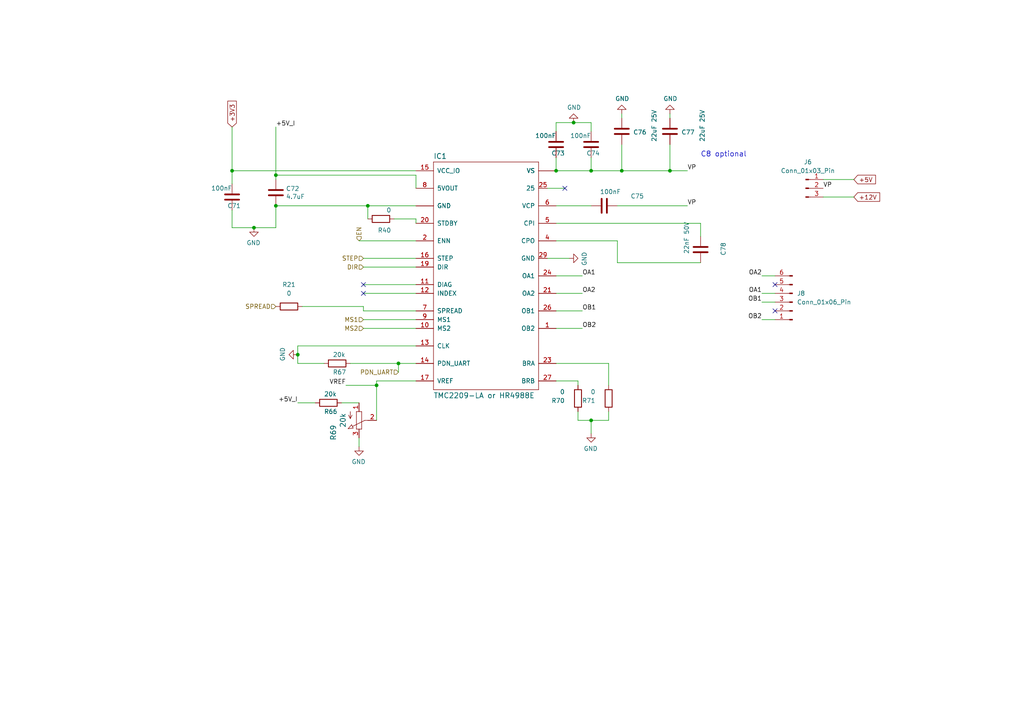
<source format=kicad_sch>
(kicad_sch (version 20231120) (generator "eeschema") (generator_version "8.0")
  (paper "A4")
  (lib_symbols
    (symbol "piezo_driver:C" (pin_numbers hide) (pin_names (offset 0.254))
      (property "Reference" "C" (at 0.635 2.54 0))
      (property "Value" "C" (at 0.635 -2.54 0))
      (symbol "C_0_1"
        (polyline (pts (xy -2.032 -0.762) (xy 2.032 -0.762)) (stroke (width 0.508)))
        (polyline (pts (xy -2.032 0.762) (xy 2.032 0.762)) (stroke (width 0.508)))
      )
      (symbol "C_1_1"
        (pin passive line (at 0 3.81 270) (length 2.794) (name "~") (number "1"))
        (pin passive line (at 0 -3.81 90) (length 2.794) (name "~") (number "2"))
      )
    )
    (symbol "piezo_driver:Conn_01x03_Pin" (pin_names (offset 1.016) hide)
      (property "Reference" "J" (at 0 5.08 0))
      (property "Value" "Conn_01x03_Pin" (at 0 -5.08 0))
      (symbol "Conn_01x03_Pin_1_1"
        (polyline (pts (xy 1.27 -2.54) (xy 0.8636 -2.54)) (stroke (width 0.1524)))
        (polyline (pts (xy 1.27 0) (xy 0.8636 0)) (stroke (width 0.1524)))
        (polyline (pts (xy 1.27 2.54) (xy 0.8636 2.54)) (stroke (width 0.1524)))
        (rectangle (start 0.8636 -2.413) (end 0 -2.667) (stroke (width 0.1524)) (fill (type outline)))
        (rectangle (start 0.8636 0.127) (end 0 -0.127) (stroke (width 0.1524)) (fill (type outline)))
        (rectangle (start 0.8636 2.667) (end 0 2.413) (stroke (width 0.1524)) (fill (type outline)))
        (pin passive line (at 5.08 2.54 180) (length 3.81) (name "Pin_1") (number "1"))
        (pin passive line (at 5.08 0 180) (length 3.81) (name "Pin_2") (number "2"))
        (pin passive line (at 5.08 -2.54 180) (length 3.81) (name "Pin_3") (number "3"))
      )
    )
    (symbol "piezo_driver:Conn_01x06_Pin" (pin_names (offset 1.016) hide)
      (property "Reference" "J" (at 0 7.62 0))
      (property "Value" "Conn_01x06_Pin" (at 0 -10.16 0))
      (symbol "Conn_01x06_Pin_1_1"
        (polyline (pts (xy 1.27 -7.62) (xy 0.8636 -7.62)) (stroke (width 0.1524)))
        (polyline (pts (xy 1.27 -5.08) (xy 0.8636 -5.08)) (stroke (width 0.1524)))
        (polyline (pts (xy 1.27 -2.54) (xy 0.8636 -2.54)) (stroke (width 0.1524)))
        (polyline (pts (xy 1.27 0) (xy 0.8636 0)) (stroke (width 0.1524)))
        (polyline (pts (xy 1.27 2.54) (xy 0.8636 2.54)) (stroke (width 0.1524)))
        (polyline (pts (xy 1.27 5.08) (xy 0.8636 5.08)) (stroke (width 0.1524)))
        (rectangle (start 0.8636 -7.493) (end 0 -7.747) (stroke (width 0.1524)) (fill (type outline)))
        (rectangle (start 0.8636 -4.953) (end 0 -5.207) (stroke (width 0.1524)) (fill (type outline)))
        (rectangle (start 0.8636 -2.413) (end 0 -2.667) (stroke (width 0.1524)) (fill (type outline)))
        (rectangle (start 0.8636 0.127) (end 0 -0.127) (stroke (width 0.1524)) (fill (type outline)))
        (rectangle (start 0.8636 2.667) (end 0 2.413) (stroke (width 0.1524)) (fill (type outline)))
        (rectangle (start 0.8636 5.207) (end 0 4.953) (stroke (width 0.1524)) (fill (type outline)))
        (pin passive line (at 5.08 5.08 180) (length 3.81) (name "Pin_1") (number "1"))
        (pin passive line (at 5.08 2.54 180) (length 3.81) (name "Pin_2") (number "2"))
        (pin passive line (at 5.08 0 180) (length 3.81) (name "Pin_3") (number "3"))
        (pin passive line (at 5.08 -2.54 180) (length 3.81) (name "Pin_4") (number "4"))
        (pin passive line (at 5.08 -5.08 180) (length 3.81) (name "Pin_5") (number "5"))
        (pin passive line (at 5.08 -7.62 180) (length 3.81) (name "Pin_6") (number "6"))
      )
    )
    (symbol "piezo_driver:GND" (power) (pin_names (offset 0))
      (property "Value" "GND" (at 0 -3.81 0))
      (symbol "GND_0_1"
        (polyline (pts (xy 0 0) (xy 0 -1.27) (xy 1.27 -1.27) (xy 0 -2.54) (xy -1.27 -1.27) (xy 0 -1.27)))
      )
      (symbol "GND_1_1"
        (pin power_in line (at 0 0 270) (length 0) hide (name "GND") (number "1"))
      )
    )
    (symbol "piezo_driver:POT-EVM3R" (pin_names (offset 1.016))
      (property "Reference" "R" (at -6.35 0 90))
      (property "Value" "POT-EVM3R" (at -3.81 0 90))
      (symbol "POT-EVM3R_1_0"
        (polyline (pts (xy -3.175 2.4384) (xy -1.7018 2.2352)))
        (polyline (pts (xy -2.54 -2.54) (xy -2.54 -0.508)))
        (polyline (pts (xy -2.54 -0.508) (xy -3.048 -1.524)))
        (polyline (pts (xy -2.54 -0.508) (xy -2.032 -1.524)))
        (polyline (pts (xy -2.159 1.27) (xy -3.175 2.4384)))
        (polyline (pts (xy -2.159 1.27) (xy -1.7018 2.2352)))
        (polyline (pts (xy -0.762 -2.54) (xy 0.762 -2.54)))
        (polyline (pts (xy -0.762 2.54) (xy -0.762 -2.54)))
        (polyline (pts (xy 0.762 -2.54) (xy 0.762 2.54)))
        (polyline (pts (xy 0.762 2.54) (xy -0.762 2.54)))
        (polyline (pts (xy 1.651 0) (xy -1.8796 1.7526)))
        (polyline (pts (xy 2.54 0) (xy 1.651 0)))
        (pin passive line (at 0 -5.08 90) (length 2.54) (name "A") (number "1"))
        (pin passive line (at 5.08 0 180) (length 2.54) (name "S") (number "2"))
        (pin passive line (at 0 5.08 270) (length 2.54) (name "E") (number "3"))
      )
    )
    (symbol "piezo_driver:R" (pin_numbers hide) (pin_names (offset 0))
      (property "Reference" "R" (at 2.032 0 90))
      (property "Value" "R" (at 0 0 90))
      (symbol "R_0_1"
        (rectangle (start -1.016 -2.54) (end 1.016 2.54) (stroke (width 0.254)))
      )
      (symbol "R_1_1"
        (pin passive line (at 0 3.81 270) (length 1.27) (name "~") (number "1"))
        (pin passive line (at 0 -3.81 90) (length 1.27) (name "~") (number "2"))
      )
    )
    (symbol "piezo_driver:TMC2209-LA" (pin_names (offset 1.016))
      (property "Reference" "IC1" (at -15.24 35.56 0))
      (property "Value" "TMC2209-LA or HR4988E" (at -15.24 -35.56 0))
      (symbol "TMC2209-LA_1_0"
        (polyline (pts (xy -15.24 -33.02) (xy 15.24 -33.02)))
        (polyline (pts (xy -15.24 33.02) (xy -15.24 -33.02)))
        (polyline (pts (xy 15.24 -33.02) (xy 15.24 33.02)))
        (polyline (pts (xy 15.24 33.02) (xy -15.24 33.02)))
        (pin output line (at 20.32 -15.24 180) (length 5.08) (name "OB2") (number "1"))
        (pin bidirectional line (at -20.32 -15.24 0) (length 5.08) (name "MS2") (number "10"))
        (pin bidirectional line (at -20.32 -2.54 0) (length 5.08) (name "DIAG") (number "11"))
        (pin bidirectional line (at -20.32 -5.08 0) (length 5.08) (name "INDEX") (number "12"))
        (pin bidirectional line (at -20.32 -20.32 0) (length 5.08) (name "CLK") (number "13"))
        (pin bidirectional line (at -20.32 -25.4 0) (length 5.08) (name "PDN_UART") (number "14"))
        (pin power_in line (at -20.32 30.48 0) (length 5.08) (name "VCC_IO") (number "15"))
        (pin bidirectional line (at -20.32 5.08 0) (length 5.08) (name "STEP") (number "16"))
        (pin passive line (at -20.32 -30.48 0) (length 5.08) (name "VREF") (number "17"))
        (pin power_in line (at -20.32 20.32 0) (length 5.08) (name "GND") (number "18"))
        (pin bidirectional line (at -20.32 2.54 0) (length 5.08) (name "DIR") (number "19"))
        (pin bidirectional line (at -20.32 10.16 0) (length 5.08) (name "ENN") (number "2"))
        (pin bidirectional line (at -20.32 15.24 0) (length 5.08) (name "STDBY") (number "20"))
        (pin output line (at 20.32 -5.08 180) (length 5.08) (name "OA2") (number "21"))
        (pin power_in line (at 20.32 30.48 180) (length 5.08) (name "VS") (number "22"))
        (pin output line (at 20.32 -25.4 180) (length 5.08) (name "BRA") (number "23"))
        (pin output line (at 20.32 0 180) (length 5.08) (name "OA1") (number "24"))
        (pin output line (at 20.32 -10.16 180) (length 5.08) (name "OB1") (number "26"))
        (pin output line (at 20.32 -30.48 180) (length 5.08) (name "BRB") (number "27"))
        (pin power_in line (at 20.32 30.48 180) (length 5.08) (name "VS") (number "28"))
        (pin power_in line (at -20.32 20.32 0) (length 5.08) (name "GND") (number "3"))
        (pin passive line (at 20.32 10.16 180) (length 5.08) (name "CPO") (number "4"))
        (pin passive line (at 20.32 15.24 180) (length 5.08) (name "CPI") (number "5"))
        (pin passive line (at 20.32 20.32 180) (length 5.08) (name "VCP") (number "6"))
        (pin bidirectional line (at -20.32 -10.16 0) (length 5.08) (name "SPREAD") (number "7"))
        (pin power_in line (at -20.32 25.4 0) (length 5.08) (name "5VOUT") (number "8"))
        (pin bidirectional line (at -20.32 -12.7 0) (length 5.08) (name "MS1") (number "9"))
      )
      (symbol "TMC2209-LA_1_1"
        (pin input line (at 17.78 25.4 180) (length 2.54) (name "25") (number "25"))
        (pin input line (at 17.78 5.08 180) (length 2.54) (name "GND") (number "29"))
      )
    )
  )
  (junction (at 171.45 49.53))
  (junction (at 109.22 111.76))
  (junction (at 80.01 50.8))
  (junction (at 115.57 105.41))
  (junction (at 194.31 49.53))
  (junction (at 86.36 102.87))
  (junction (at 73.66 66.04))
  (junction (at 106.68 59.69))
  (junction (at 161.29 49.53))
  (junction (at 80.01 59.69))
  (junction (at 180.34 49.53))
  (junction (at 171.45 121.92))
  (junction (at 67.31 49.53))
  (junction (at 166.37 35.56))
  (no_connect (at 105.41 82.55))
  (no_connect (at 163.83 54.61))
  (no_connect (at 105.41 85.09))
  (no_connect (at 224.79 90.17))
  (no_connect (at 224.79 82.55))
  (wire (pts (xy 166.37 35.56) (xy 171.45 35.56)))
  (wire (pts (xy 161.29 69.85) (xy 179.07 69.85)))
  (wire (pts (xy 220.98 80.01) (xy 224.79 80.01)))
  (wire (pts (xy 105.41 88.9) (xy 105.41 90.17)))
  (wire (pts (xy 171.45 121.92) (xy 171.45 125.73)))
  (wire (pts (xy 161.29 95.25) (xy 168.91 95.25)))
  (wire (pts (xy 161.29 59.69) (xy 171.45 59.69)))
  (wire (pts (xy 80.01 66.04) (xy 73.66 66.04)))
  (wire (pts (xy 104.14 69.85) (xy 120.65 69.85)))
  (wire (pts (xy 106.68 63.5) (xy 106.68 59.69)))
  (wire (pts (xy 220.98 92.71) (xy 224.79 92.71)))
  (wire (pts (xy 120.65 63.5) (xy 120.65 64.77)))
  (wire (pts (xy 80.01 50.8) (xy 80.01 52.07)))
  (wire (pts (xy 165.1 74.93) (xy 158.75 74.93)))
  (wire (pts (xy 163.83 54.61) (xy 158.75 54.61)))
  (wire (pts (xy 80.01 59.69) (xy 106.68 59.69)))
  (wire (pts (xy 120.65 110.49) (xy 109.22 110.49)))
  (wire (pts (xy 101.6 105.41) (xy 115.57 105.41)))
  (wire (pts (xy 161.29 105.41) (xy 176.53 105.41)))
  (wire (pts (xy 179.07 59.69) (xy 199.39 59.69)))
  (wire (pts (xy 80.01 50.8) (xy 80.01 36.83)))
  (wire (pts (xy 67.31 60.96) (xy 67.31 66.04)))
  (wire (pts (xy 161.29 49.53) (xy 171.45 49.53)))
  (wire (pts (xy 67.31 36.83) (xy 67.31 49.53)))
  (wire (pts (xy 203.2 68.58) (xy 203.2 64.77)))
  (wire (pts (xy 171.45 49.53) (xy 171.45 45.72)))
  (wire (pts (xy 176.53 105.41) (xy 176.53 111.76)))
  (wire (pts (xy 247.65 52.07) (xy 238.76 52.07)))
  (wire (pts (xy 176.53 119.38) (xy 176.53 121.92)))
  (wire (pts (xy 67.31 49.53) (xy 120.65 49.53)))
  (wire (pts (xy 67.31 49.53) (xy 67.31 53.34)))
  (wire (pts (xy 161.29 80.01) (xy 168.91 80.01)))
  (wire (pts (xy 171.45 121.92) (xy 176.53 121.92)))
  (wire (pts (xy 194.31 49.53) (xy 199.39 49.53)))
  (wire (pts (xy 194.31 41.91) (xy 194.31 49.53)))
  (wire (pts (xy 93.98 105.41) (xy 86.36 105.41)))
  (wire (pts (xy 109.22 111.76) (xy 109.22 110.49)))
  (wire (pts (xy 180.34 33.02) (xy 180.34 34.29)))
  (wire (pts (xy 179.07 76.2) (xy 203.2 76.2)))
  (wire (pts (xy 99.06 116.84) (xy 104.14 116.84)))
  (wire (pts (xy 73.66 66.04) (xy 67.31 66.04)))
  (wire (pts (xy 167.64 121.92) (xy 167.64 119.38)))
  (wire (pts (xy 120.65 90.17) (xy 105.41 90.17)))
  (wire (pts (xy 161.29 35.56) (xy 161.29 38.1)))
  (wire (pts (xy 120.65 95.25) (xy 105.41 95.25)))
  (wire (pts (xy 194.31 33.02) (xy 194.31 34.29)))
  (wire (pts (xy 161.29 35.56) (xy 166.37 35.56)))
  (wire (pts (xy 171.45 49.53) (xy 180.34 49.53)))
  (wire (pts (xy 161.29 49.53) (xy 161.29 45.72)))
  (wire (pts (xy 106.68 59.69) (xy 120.65 59.69)))
  (wire (pts (xy 114.3 63.5) (xy 120.65 63.5)))
  (wire (pts (xy 109.22 111.76) (xy 100.33 111.76)))
  (wire (pts (xy 115.57 107.95) (xy 115.57 105.41)))
  (wire (pts (xy 120.65 74.93) (xy 105.41 74.93)))
  (wire (pts (xy 109.22 121.92) (xy 109.22 111.76)))
  (wire (pts (xy 120.65 82.55) (xy 105.41 82.55)))
  (wire (pts (xy 247.65 57.15) (xy 238.76 57.15)))
  (wire (pts (xy 120.65 77.47) (xy 105.41 77.47)))
  (wire (pts (xy 120.65 85.09) (xy 105.41 85.09)))
  (wire (pts (xy 120.65 92.71) (xy 105.41 92.71)))
  (wire (pts (xy 180.34 41.91) (xy 180.34 49.53)))
  (wire (pts (xy 220.98 87.63) (xy 224.79 87.63)))
  (wire (pts (xy 80.01 59.69) (xy 80.01 66.04)))
  (wire (pts (xy 161.29 90.17) (xy 168.91 90.17)))
  (wire (pts (xy 86.36 100.33) (xy 120.65 100.33)))
  (wire (pts (xy 86.36 100.33) (xy 86.36 102.87)))
  (wire (pts (xy 179.07 69.85) (xy 179.07 76.2)))
  (wire (pts (xy 167.64 121.92) (xy 171.45 121.92)))
  (wire (pts (xy 161.29 85.09) (xy 168.91 85.09)))
  (wire (pts (xy 161.29 110.49) (xy 167.64 110.49)))
  (wire (pts (xy 180.34 49.53) (xy 194.31 49.53)))
  (wire (pts (xy 167.64 110.49) (xy 167.64 111.76)))
  (wire (pts (xy 120.65 50.8) (xy 120.65 54.61)))
  (wire (pts (xy 171.45 35.56) (xy 171.45 38.1)))
  (wire (pts (xy 86.36 116.84) (xy 91.44 116.84)))
  (wire (pts (xy 86.36 102.87) (xy 86.36 105.41)))
  (wire (pts (xy 87.63 88.9) (xy 105.41 88.9)))
  (wire (pts (xy 80.01 50.8) (xy 120.65 50.8)))
  (wire (pts (xy 220.98 85.09) (xy 224.79 85.09)))
  (wire (pts (xy 104.14 127) (xy 104.14 129.54)))
  (wire (pts (xy 115.57 105.41) (xy 120.65 105.41)))
  (wire (pts (xy 203.2 64.77) (xy 161.29 64.77)))
  (text "C8 optional" (at 203.2 45.72 0) (effects (font (size 1.4986 1.4986)) (justify left bottom)))
  (label "OA1" (at 220.98 85.09 180))
  (label "VP" (at 238.76 54.61 0))
  (label "VP" (at 199.39 59.69 0))
  (label "+5V_I" (at 86.36 116.84 180))
  (label "VREF" (at 100.33 111.76 180))
  (label "OA1" (at 168.91 80.01 0))
  (label "OB1" (at 220.98 87.63 180))
  (label "+5V_I" (at 80.01 36.83 0))
  (label "OB2" (at 168.91 95.25 0))
  (label "OA2" (at 168.91 85.09 0))
  (label "OA2" (at 220.98 80.01 180))
  (label "OB2" (at 220.98 92.71 180))
  (label "VP" (at 199.39 49.53 0))
  (label "OB1" (at 168.91 90.17 0))
  (global_label "+3V3" (shape input) (at 67.31 36.83 90) (property "Intersheetrefs" "${INTERSHEET_REFS}" (effects (hide yes))))
  (global_label "+12V" (shape input) (at 247.65 57.15 0) (property "Intersheetrefs" "${INTERSHEET_REFS}" (effects (hide yes))))
  (global_label "+5V" (shape input) (at 247.65 52.07 0) (property "Intersheetrefs" "${INTERSHEET_REFS}" (effects (hide yes))))
  (hierarchical_label "SPREAD" (shape input) (at 80.01 88.9 180))
  (hierarchical_label "MS1" (shape input) (at 105.41 92.71 180))
  (hierarchical_label "STEP" (shape input) (at 105.41 74.93 180))
  (hierarchical_label "DIR" (shape input) (at 105.41 77.47 180))
  (hierarchical_label "PDN_UART" (shape input) (at 115.57 107.95 180))
  (hierarchical_label "MS2" (shape input) (at 105.41 95.25 180))
  (hierarchical_label "EN" (shape input) (at 104.14 69.85 90))
  (symbol (lib_id "piezo_driver:R") (at 176.53 115.57 0) (unit 1)
    (property "Reference" "R71" (at 172.72 116.205 0) (effects (justify right)))
    (property "Value" "0" (at 172.72 113.665 0) (effects (justify right)))
    (property "Footprint" "piezo_driver:R_0603_1608Metric_u" (effects (hide yes)))
    (property "LCSC" "C21189" (effects (hide yes)))
    (instances (project "piezo_driver" (path "" (reference "R71") (unit 1)) (path "" (reference "R77") (unit 1))))
  )
  (symbol (lib_id "piezo_driver:C") (at 80.01 55.88 180) (unit 1)
    (property "Reference" "C72" (at 82.931 54.7116 0) (effects (justify right)))
    (property "Value" "4.7uF" (at 82.931 57.023 0) (effects (justify right)))
    (property "Footprint" "piezo_driver:C_0603_1608Metric_u" (effects (hide yes)))
    (property "LCSC" "C19666" (effects (hide yes)))
    (instances (project "piezo_driver" (path "" (reference "C72") (unit 1)) (path "" (reference "C80") (unit 1))))
  )
  (symbol (lib_id "piezo_driver:Conn_01x03_Pin") (at 233.68 54.61 0) (unit 1)
    (property "Reference" "J6" (at 234.315 46.99 0))
    (property "Value" "Conn_01x03_Pin" (at 234.315 49.53 0))
    (property "Footprint" "piezo_driver:PinHeader_1x03_P2.54mm_Vertical" (effects (hide yes)))
    (property "Description" "Generic connector, single row, 01x03, script generated" (effects (hide yes)))
    (property "LCSC" "C7501581" (effects (hide yes)))
    (instances (project "" (path "" (reference "J6") (unit 1)) (path "" (reference "J11") (unit 1))))
  )
  (symbol (lib_id "piezo_driver:C") (at 194.31 38.1 0) (unit 1)
    (property "Reference" "C77" (at 197.612 38.354 0) (effects (justify left)))
    (property "Value" "22uF 25V" (at 203.708 41.148 90) (effects (justify left)))
    (property "Footprint" "piezo_driver:C_1206_3216Metric_u" (effects (hide yes)))
    (property "Description" "Unpolarized capacitor" (effects (hide yes)))
    (property "LCSC" "C12891" (effects (hide yes)))
    (instances (project "piezo_driver" (path "" (reference "C77") (unit 1)) (path "" (reference "C85") (unit 1))))
  )
  (symbol (lib_id "piezo_driver:C") (at 203.2 72.39 0) (unit 1)
    (property "Reference" "C78" (at 209.804 74.168 90) (effects (justify left)))
    (property "Value" "22nF 50V" (at 199.136 73.66 90) (effects (justify left)))
    (property "Footprint" "piezo_driver:C_0603_1608Metric_u" (effects (hide yes)))
    (property "LCSC" "C21122" (effects (hide yes)))
    (instances (project "piezo_driver" (path "" (reference "C78") (unit 1)) (path "" (reference "C86") (unit 1))))
  )
  (symbol (lib_id "piezo_driver:C") (at 175.26 59.69 270) (unit 1)
    (property "Reference" "C75" (at 182.88 56.896 90) (effects (justify left)))
    (property "Value" "100nF" (at 173.99 55.626 90) (effects (justify left)))
    (property "Footprint" "piezo_driver:C_0603_1608Metric_u" (effects (hide yes)))
    (property "LCSC" "C14663" (effects (hide yes)))
    (instances (project "piezo_driver" (path "" (reference "C75") (unit 1)) (path "" (reference "C83") (unit 1))))
  )
  (symbol (lib_id "piezo_driver:GND") (at 86.36 102.87 270) (mirror x) (unit 1)
    (property "Reference" "#PWR0109" (effects (hide yes)))
    (property "Value" "GND" (at 81.9658 102.743 0))
    (instances (project "piezo_driver" (path "" (reference "#PWR0109") (unit 1)) (path "" (reference "#PWR0116") (unit 1))))
  )
  (symbol (lib_id "piezo_driver:TMC2209-LA") (at 140.97 80.01 0) (unit 1)
    (property "Reference" "IC1" (at 125.73 44.45 0) (effects (font (size 1.4986 1.4986)) (justify left top)))
    (property "Value" "TMC2209-LA or HR4988E" (at 125.73 115.57 0) (effects (font (size 1.4986 1.4986)) (justify left bottom)))
    (property "Footprint" "piezo_driver:QFN-28-1EP_5x5mm_P0.5mm_EP3.75x3.75mm_ThermalVias" (effects (hide yes)))
    (property "LCSC" "C128662" (effects (hide yes)))
    (instances (project "piezo_driver" (path "" (reference "IC1") (unit 1)) (path "" (reference "IC2") (unit 1))))
  )
  (symbol (lib_id "piezo_driver:GND") (at 166.37 35.56 0) (mirror x) (unit 1)
    (property "Reference" "#PWR0111" (effects (hide yes)))
    (property "Value" "GND" (at 166.497 31.1658 0))
    (instances (project "piezo_driver" (path "" (reference "#PWR0111") (unit 1)) (path "" (reference "#PWR0118") (unit 1))))
  )
  (symbol (lib_id "piezo_driver:C") (at 171.45 41.91 180) (unit 1)
    (property "Reference" "C74" (at 173.99 44.45 0) (effects (justify left)))
    (property "Value" "100nF" (at 171.45 39.37 0) (effects (justify left)))
    (property "Footprint" "piezo_driver:C_0603_1608Metric_u" (effects (hide yes)))
    (property "LCSC" "C14663" (effects (hide yes)))
    (instances (project "piezo_driver" (path "" (reference "C74") (unit 1)) (path "" (reference "C82") (unit 1))))
  )
  (symbol (lib_id "piezo_driver:GND") (at 73.66 66.04 0) (mirror y) (unit 1)
    (property "Reference" "#PWR0108" (effects (hide yes)))
    (property "Value" "GND" (at 73.533 70.4342 0))
    (instances (project "piezo_driver" (path "" (reference "#PWR0108") (unit 1)) (path "" (reference "#PWR0115") (unit 1))))
  )
  (symbol (lib_id "piezo_driver:GND") (at 171.45 125.73 0) (mirror y) (unit 1)
    (property "Reference" "#PWR0112" (effects (hide yes)))
    (property "Value" "GND" (at 171.323 130.1242 0))
    (instances (project "piezo_driver" (path "" (reference "#PWR0112") (unit 1)) (path "" (reference "#PWR0119") (unit 1))))
  )
  (symbol (lib_id "piezo_driver:C") (at 180.34 38.1 0) (unit 1)
    (property "Reference" "C76" (at 183.642 38.354 0) (effects (justify left)))
    (property "Value" "22uF 25V" (at 189.738 41.148 90) (effects (justify left)))
    (property "Footprint" "piezo_driver:C_1206_3216Metric_u" (effects (hide yes)))
    (property "Description" "Unpolarized capacitor" (effects (hide yes)))
    (property "LCSC" "C12891" (effects (hide yes)))
    (instances (project "piezo_driver" (path "" (reference "C76") (unit 1)) (path "" (reference "C84") (unit 1))))
  )
  (symbol (lib_id "piezo_driver:POT-EVM3R") (at 104.14 121.92 0) (mirror x) (unit 1)
    (property "Reference" "R69" (at 97.536 125.476 90) (effects (font (size 1.4986 1.4986)) (justify bottom)))
    (property "Value" "20k" (at 100.33 121.92 90) (effects (font (size 1.4986 1.4986)) (justify bottom)))
    (property "Footprint" "piezo_driver:RES-ADJ-SMD_3P-L3.8-W3.0-P2.00-BL-FS" (effects (hide yes)))
    (instances (project "piezo_driver" (path "" (reference "R69") (unit 1)) (path "" (reference "R75") (unit 1))))
  )
  (symbol (lib_id "piezo_driver:GND") (at 194.31 33.02 0) (mirror x) (unit 1)
    (property "Reference" "#PWR0114" (effects (hide yes)))
    (property "Value" "GND" (at 194.437 28.6258 0))
    (instances (project "piezo_driver" (path "" (reference "#PWR0114") (unit 1)) (path "" (reference "#PWR0121") (unit 1))))
  )
  (symbol (lib_id "piezo_driver:R") (at 95.25 116.84 270) (unit 1)
    (property "Reference" "R66" (at 93.98 119.38 90) (effects (justify left)))
    (property "Value" "20k" (at 93.98 114.3 90) (effects (justify left)))
    (property "Footprint" "piezo_driver:R_0603_1608Metric_u" (effects (hide yes)))
    (property "LCSC" "C4184" (effects (hide yes)))
    (instances (project "piezo_driver" (path "" (reference "R66") (unit 1)) (path "" (reference "R72") (unit 1))))
  )
  (symbol (lib_id "piezo_driver:GND") (at 180.34 33.02 0) (mirror x) (unit 1)
    (property "Reference" "#PWR0113" (effects (hide yes)))
    (property "Value" "GND" (at 180.467 28.6258 0))
    (instances (project "piezo_driver" (path "" (reference "#PWR0113") (unit 1)) (path "" (reference "#PWR0120") (unit 1))))
  )
  (symbol (lib_id "piezo_driver:C") (at 67.31 57.15 180) (unit 1)
    (property "Reference" "C71" (at 69.85 59.69 0) (effects (justify left)))
    (property "Value" "100nF" (at 67.31 54.61 0) (effects (justify left)))
    (property "Footprint" "piezo_driver:C_0603_1608Metric_u" (effects (hide yes)))
    (property "LCSC" "C14663" (effects (hide yes)))
    (instances (project "piezo_driver" (path "" (reference "C71") (unit 1)) (path "" (reference "C79") (unit 1))))
  )
  (symbol (lib_id "piezo_driver:R") (at 167.64 115.57 0) (unit 1)
    (property "Reference" "R70" (at 163.83 116.205 0) (effects (justify right)))
    (property "Value" "0" (at 163.83 113.665 0) (effects (justify right)))
    (property "Footprint" "piezo_driver:R_0603_1608Metric_u" (effects (hide yes)))
    (property "LCSC" "C21189" (effects (hide yes)))
    (instances (project "piezo_driver" (path "" (reference "R70") (unit 1)) (path "" (reference "R76") (unit 1))))
  )
  (symbol (lib_id "piezo_driver:R") (at 110.49 63.5 90) (unit 1)
    (property "Reference" "R40" (at 111.506 66.802 90))
    (property "Value" "0" (at 112.776 60.96 90))
    (property "Footprint" "piezo_driver:R_0603_1608Metric_u" (effects (hide yes)))
    (property "LCSC" "C21189" (effects (hide yes)))
    (instances (project "piezo_driver" (path "" (reference "R40") (unit 1)) (path "" (reference "R68") (unit 1))))
  )
  (symbol (lib_id "piezo_driver:Conn_01x06_Pin") (at 229.87 87.63 180) (unit 1)
    (property "Reference" "J8" (at 231.14 85.0899 0) (effects (justify right)))
    (property "Value" "Conn_01x06_Pin" (at 231.14 87.6299 0) (effects (justify right)))
    (property "Footprint" "piezo_driver:JST_PH_B6B-PH-K_1x06_P2.00mm_Vertical" (effects (hide yes)))
    (property "Description" "Generic connector, single row, 01x06, script generated" (effects (hide yes)))
    (property "LCSC" "C274409" (effects (hide yes)))
    (instances (project "piezo_driver" (path "" (reference "J8") (unit 1)) (path "" (reference "J9") (unit 1))))
  )
  (symbol (lib_id "piezo_driver:R") (at 83.82 88.9 90) (unit 1)
    (property "Reference" "R21" (at 83.82 82.55 90))
    (property "Value" "0" (at 83.82 85.09 90))
    (property "Footprint" "piezo_driver:R_0603_1608Metric_u" (effects (hide yes)))
    (property "LCSC" "C21189" (effects (hide yes)))
    (instances (project "piezo_driver" (path "" (reference "R21") (unit 1)) (path "" (reference "R22") (unit 1))))
  )
  (symbol (lib_id "piezo_driver:GND") (at 104.14 129.54 0) (mirror y) (unit 1)
    (property "Reference" "#PWR0110" (effects (hide yes)))
    (property "Value" "GND" (at 104.013 133.9342 0))
    (instances (project "piezo_driver" (path "" (reference "#PWR0110") (unit 1)) (path "" (reference "#PWR0117") (unit 1))))
  )
  (symbol (lib_id "piezo_driver:C") (at 161.29 41.91 180) (unit 1)
    (property "Reference" "C73" (at 163.83 44.45 0) (effects (justify left)))
    (property "Value" "100nF" (at 161.29 39.37 0) (effects (justify left)))
    (property "Footprint" "piezo_driver:C_0603_1608Metric_u" (effects (hide yes)))
    (property "LCSC" "C14663" (effects (hide yes)))
    (instances (project "piezo_driver" (path "" (reference "C73") (unit 1)) (path "" (reference "C81") (unit 1))))
  )
  (symbol (lib_id "piezo_driver:GND") (at 165.1 74.93 90) (mirror x) (unit 1)
    (property "Reference" "#PWR0122" (effects (hide yes)))
    (property "Value" "GND" (at 169.4942 75.057 0))
    (instances (project "piezo_driver" (path "" (reference "#PWR0122") (unit 1)) (path "" (reference "#PWR0123") (unit 1))))
  )
  (symbol (lib_id "piezo_driver:R") (at 97.79 105.41 270) (unit 1)
    (property "Reference" "R67" (at 96.52 107.95 90) (effects (justify left)))
    (property "Value" "20k" (at 96.52 102.87 90) (effects (justify left)))
    (property "Footprint" "piezo_driver:R_0603_1608Metric_u" (effects (hide yes)))
    (property "LCSC" "C4184" (effects (hide yes)))
    (instances (project "piezo_driver" (path "" (reference "R67") (unit 1)) (path "" (reference "R73") (unit 1))))
  )
)
</source>
